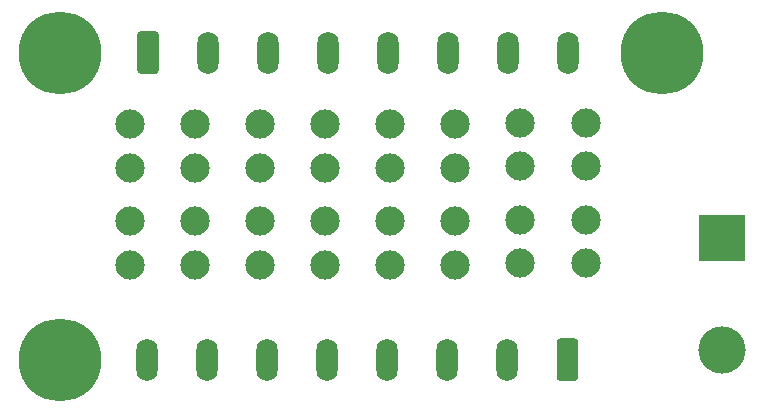
<source format=gbr>
%TF.GenerationSoftware,KiCad,Pcbnew,(5.1.9)-1*%
%TF.CreationDate,2021-03-10T23:47:14-05:00*%
%TF.ProjectId,Power_Distribution,506f7765-725f-4446-9973-747269627574,v1*%
%TF.SameCoordinates,Original*%
%TF.FileFunction,Soldermask,Top*%
%TF.FilePolarity,Negative*%
%FSLAX46Y46*%
G04 Gerber Fmt 4.6, Leading zero omitted, Abs format (unit mm)*
G04 Created by KiCad (PCBNEW (5.1.9)-1) date 2021-03-10 23:47:14*
%MOMM*%
%LPD*%
G01*
G04 APERTURE LIST*
%ADD10C,2.475000*%
%ADD11C,4.000000*%
%ADD12R,4.000000X4.000000*%
%ADD13O,1.800000X3.600000*%
%ADD14C,0.800000*%
%ADD15C,7.000000*%
G04 APERTURE END LIST*
D10*
%TO.C,F8*%
X140550000Y-90940000D03*
X140550000Y-102840000D03*
X140550000Y-94640000D03*
X140550000Y-99140000D03*
%TD*%
%TO.C,F7*%
X135000000Y-90940000D03*
X135000000Y-102840000D03*
X135000000Y-94640000D03*
X135000000Y-99140000D03*
%TD*%
%TO.C,F6*%
X129500000Y-91050000D03*
X129500000Y-102950000D03*
X129500000Y-94750000D03*
X129500000Y-99250000D03*
%TD*%
%TO.C,F5*%
X124000000Y-91050000D03*
X124000000Y-102950000D03*
X124000000Y-94750000D03*
X124000000Y-99250000D03*
%TD*%
%TO.C,F4*%
X118500000Y-91050000D03*
X118500000Y-102950000D03*
X118500000Y-94750000D03*
X118500000Y-99250000D03*
%TD*%
%TO.C,F3*%
X113000000Y-91050000D03*
X113000000Y-102950000D03*
X113000000Y-94750000D03*
X113000000Y-99250000D03*
%TD*%
%TO.C,F2*%
X107500000Y-91050000D03*
X107500000Y-102950000D03*
X107500000Y-94750000D03*
X107500000Y-99250000D03*
%TD*%
%TO.C,F1*%
X102000000Y-91050000D03*
X102000000Y-102950000D03*
X102000000Y-94750000D03*
X102000000Y-99250000D03*
%TD*%
D11*
%TO.C,TB1*%
X152100000Y-110200000D03*
D12*
X152100000Y-100700000D03*
%TD*%
D13*
%TO.C,J2*%
X103440000Y-111000000D03*
X108520000Y-111000000D03*
X113600000Y-111000000D03*
X118680000Y-111000000D03*
X123760000Y-111000000D03*
X128840000Y-111000000D03*
X133920000Y-111000000D03*
G36*
G01*
X139900000Y-109450000D02*
X139900000Y-112550000D01*
G75*
G02*
X139650000Y-112800000I-250000J0D01*
G01*
X138350000Y-112800000D01*
G75*
G02*
X138100000Y-112550000I0J250000D01*
G01*
X138100000Y-109450000D01*
G75*
G02*
X138350000Y-109200000I250000J0D01*
G01*
X139650000Y-109200000D01*
G75*
G02*
X139900000Y-109450000I0J-250000D01*
G01*
G37*
%TD*%
%TO.C,J1*%
X139060000Y-85000000D03*
X133980000Y-85000000D03*
X128900000Y-85000000D03*
X123820000Y-85000000D03*
X118740000Y-85000000D03*
X113660000Y-85000000D03*
X108580000Y-85000000D03*
G36*
G01*
X102600000Y-86550000D02*
X102600000Y-83450000D01*
G75*
G02*
X102850000Y-83200000I250000J0D01*
G01*
X104150000Y-83200000D01*
G75*
G02*
X104400000Y-83450000I0J-250000D01*
G01*
X104400000Y-86550000D01*
G75*
G02*
X104150000Y-86800000I-250000J0D01*
G01*
X102850000Y-86800000D01*
G75*
G02*
X102600000Y-86550000I0J250000D01*
G01*
G37*
%TD*%
D14*
%TO.C,H4*%
X97856155Y-83143845D03*
X96000000Y-82375000D03*
X94143845Y-83143845D03*
X93375000Y-85000000D03*
X94143845Y-86856155D03*
X96000000Y-87625000D03*
X97856155Y-86856155D03*
X98625000Y-85000000D03*
D15*
X96000000Y-85000000D03*
%TD*%
D14*
%TO.C,H3*%
X97856155Y-109143845D03*
X96000000Y-108375000D03*
X94143845Y-109143845D03*
X93375000Y-111000000D03*
X94143845Y-112856155D03*
X96000000Y-113625000D03*
X97856155Y-112856155D03*
X98625000Y-111000000D03*
D15*
X96000000Y-111000000D03*
%TD*%
D14*
%TO.C,H2*%
X148856155Y-83143845D03*
X147000000Y-82375000D03*
X145143845Y-83143845D03*
X144375000Y-85000000D03*
X145143845Y-86856155D03*
X147000000Y-87625000D03*
X148856155Y-86856155D03*
X149625000Y-85000000D03*
D15*
X147000000Y-85000000D03*
%TD*%
M02*

</source>
